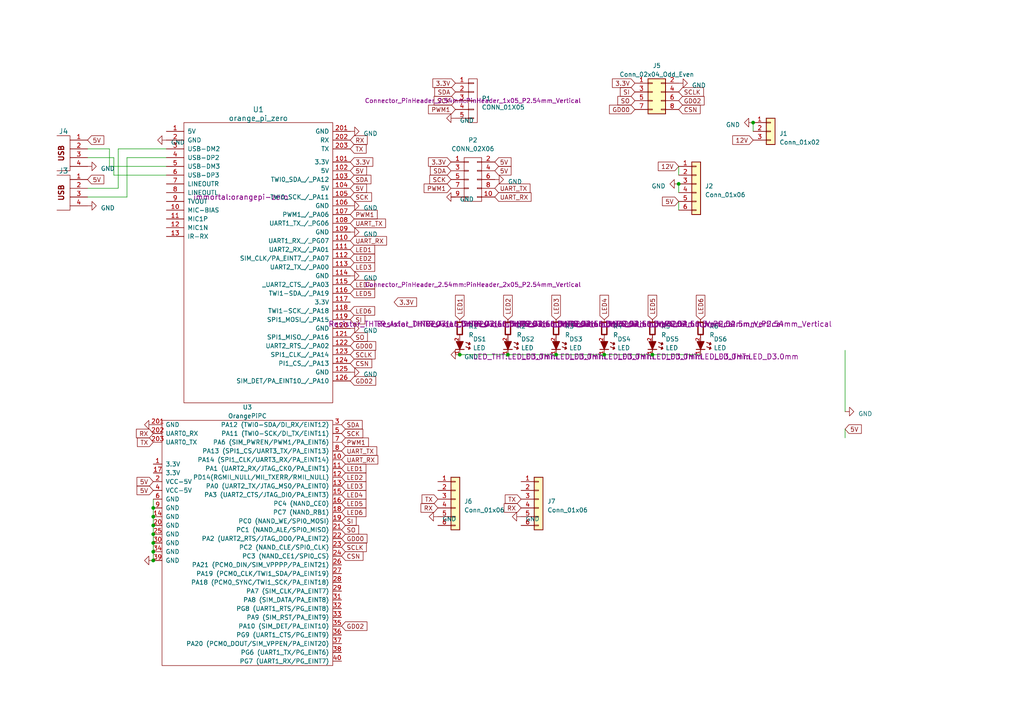
<source format=kicad_sch>
(kicad_sch (version 20220404) (generator eeschema)
  (paper "A4")
  (lib_symbols
    (symbol "4ms-power:GND" (power) (pin_names (offset 0))
      (property "Value" "GND" (at 0 -3.81 0))
      (symbol "GND_0_1"
        (polyline (pts (xy 0 0) (xy 0 -1.27) (xy 1.27 -1.27) (xy 0 -2.54) (xy -1.27 -1.27) (xy 0 -1.27)))
      )
      (symbol "GND_1_1"
        (pin power_in line (at 0 0 270) (length 0) hide (name "GND") (number "1"))
      )
    )
    (symbol "4ms_Connector:Conn_01x03" (pin_names (offset 1.016) hide)
      (property "Reference" "J" (at 0 5.08 0))
      (property "Value" "Conn_01x03" (at 0 -5.08 0))
      (symbol "Conn_01x03_1_1"
        (rectangle (start -1.27 -2.413) (end 0 -2.667) (stroke (width 0.1524)))
        (rectangle (start -1.27 0.127) (end 0 -0.127) (stroke (width 0.1524)))
        (rectangle (start -1.27 2.667) (end 0 2.413) (stroke (width 0.1524)))
        (rectangle (start -1.27 3.81) (end 1.27 -3.81) (stroke (width 0.254)) (fill (type background)))
        (pin passive line (at -5.08 2.54 0) (length 3.81) (name "Pin_1") (number "1"))
        (pin passive line (at -5.08 0 0) (length 3.81) (name "Pin_2") (number "2"))
        (pin passive line (at -5.08 -2.54 0) (length 3.81) (name "Pin_3") (number "3"))
      )
    )
    (symbol "4ms_Connector:Conn_01x06" (pin_names (offset 1.016) hide)
      (property "Reference" "J" (at 0 7.62 0))
      (property "Value" "Conn_01x06" (at 0 -10.16 0))
      (symbol "Conn_01x06_1_1"
        (rectangle (start -1.27 -7.493) (end 0 -7.747) (stroke (width 0.1524)))
        (rectangle (start -1.27 -4.953) (end 0 -5.207) (stroke (width 0.1524)))
        (rectangle (start -1.27 -2.413) (end 0 -2.667) (stroke (width 0.1524)))
        (rectangle (start -1.27 0.127) (end 0 -0.127) (stroke (width 0.1524)))
        (rectangle (start -1.27 2.667) (end 0 2.413) (stroke (width 0.1524)))
        (rectangle (start -1.27 5.207) (end 0 4.953) (stroke (width 0.1524)))
        (rectangle (start -1.27 6.35) (end 1.27 -8.89) (stroke (width 0.254)) (fill (type background)))
        (pin passive line (at -5.08 5.08 0) (length 3.81) (name "Pin_1") (number "1"))
        (pin passive line (at -5.08 2.54 0) (length 3.81) (name "Pin_2") (number "2"))
        (pin passive line (at -5.08 0 0) (length 3.81) (name "Pin_3") (number "3"))
        (pin passive line (at -5.08 -2.54 0) (length 3.81) (name "Pin_4") (number "4"))
        (pin passive line (at -5.08 -5.08 0) (length 3.81) (name "Pin_5") (number "5"))
        (pin passive line (at -5.08 -7.62 0) (length 3.81) (name "Pin_6") (number "6"))
      )
    )
    (symbol "Connector_Generic:Conn_02x04_Odd_Even" (pin_names (offset 1.016) hide)
      (property "Reference" "J" (at 1.27 5.08 0))
      (property "Value" "Conn_02x04_Odd_Even" (at 1.27 -7.62 0))
      (symbol "Conn_02x04_Odd_Even_1_1"
        (rectangle (start -1.27 -4.953) (end 0 -5.207) (stroke (width 0.1524)))
        (rectangle (start -1.27 -2.413) (end 0 -2.667) (stroke (width 0.1524)))
        (rectangle (start -1.27 0.127) (end 0 -0.127) (stroke (width 0.1524)))
        (rectangle (start -1.27 2.667) (end 0 2.413) (stroke (width 0.1524)))
        (rectangle (start -1.27 3.81) (end 3.81 -6.35) (stroke (width 0.254)) (fill (type background)))
        (rectangle (start 3.81 -4.953) (end 2.54 -5.207) (stroke (width 0.1524)))
        (rectangle (start 3.81 -2.413) (end 2.54 -2.667) (stroke (width 0.1524)))
        (rectangle (start 3.81 0.127) (end 2.54 -0.127) (stroke (width 0.1524)))
        (rectangle (start 3.81 2.667) (end 2.54 2.413) (stroke (width 0.1524)))
        (pin passive line (at -5.08 2.54 0) (length 3.81) (name "Pin_1") (number "1"))
        (pin passive line (at 7.62 2.54 180) (length 3.81) (name "Pin_2") (number "2"))
        (pin passive line (at -5.08 0 0) (length 3.81) (name "Pin_3") (number "3"))
        (pin passive line (at 7.62 0 180) (length 3.81) (name "Pin_4") (number "4"))
        (pin passive line (at -5.08 -2.54 0) (length 3.81) (name "Pin_5") (number "5"))
        (pin passive line (at 7.62 -2.54 180) (length 3.81) (name "Pin_6") (number "6"))
        (pin passive line (at -5.08 -5.08 0) (length 3.81) (name "Pin_7") (number "7"))
        (pin passive line (at 7.62 -5.08 180) (length 3.81) (name "Pin_8") (number "8"))
      )
    )
    (symbol "al_passive:R" (pin_numbers hide) (pin_names (offset 0))
      (property "Reference" "R" (at 2.54 1.27 0))
      (property "Value" "R" (at 2.54 -1.27 0))
      (symbol "R_0_1"
        (rectangle (start -0.762 1.778) (end 0.762 -1.778) (stroke (width 0.381)))
      )
      (symbol "R_1_1"
        (pin passive line (at 0 2.54 270) (length 0.635) (name "~") (number "1"))
        (pin passive line (at 0 -2.54 90) (length 0.635) (name "~") (number "2"))
      )
    )
    (symbol "al_semi:LED" (pin_names (offset 0) hide)
      (property "Reference" "DS" (at 6.35 1.27 0))
      (property "Value" "LED" (at 6.35 -1.27 0))
      (symbol "LED_0_1"
        (polyline (pts (xy -1.27 -1.016) (xy 1.27 -1.016)) (stroke (width 0.254)))
        (polyline (pts (xy 0 -1.27) (xy 0 -1.016)))
        (polyline (pts (xy 0 -1.016) (xy -1.016 1.27) (xy 1.016 1.27) (xy 0 -1.016)) (stroke (width 0.254)) (fill (type outline)))
        (polyline (pts (xy 1.778 -0.254) (xy 3.048 -0.762) (xy 2.54 -1.016) (xy 2.794 -0.254) (xy 3.048 -0.762)) (stroke (width 0.254)))
        (polyline (pts (xy 1.778 1.016) (xy 3.048 0.508) (xy 2.54 0.254) (xy 2.794 1.016) (xy 3.048 0.508)) (stroke (width 0.254)))
      )
      (symbol "LED_1_1"
        (pin passive line (at 0 -2.54 90) (length 1.27) (name "K") (number "1"))
        (pin passive line (at 0 2.54 270) (length 1.27) (name "A") (number "2"))
      )
    )
    (symbol "cv_phoenix:USB_2" (pin_names (offset 1.016))
      (property "Reference" "J" (at -1.905 6.35 0))
      (symbol "USB_2_0_0"
        (polyline (pts (xy -3.81 5.08) (xy 0 5.08) (xy 0 -5.08) (xy -3.81 -5.08) (xy -3.81 -5.08)))
        (text "USB" (at -2.54 0 900) (effects (font (size 1.524 1.524) bold)))
      )
      (symbol "USB_2_1_1"
        (pin input line (at 5.08 3.81 180) (length 5.08) (name "~") (number "1"))
        (pin input line (at 5.08 1.27 180) (length 5.08) (name "~") (number "2"))
        (pin input line (at 5.08 -1.27 180) (length 5.08) (name "~") (number "3"))
        (pin input line (at 5.08 -3.81 180) (length 5.08) (name "~") (number "4"))
      )
    )
    (symbol "immortal:OrangePiPC" (pin_names (offset 1.016))
      (property "Reference" "U1" (at 0 2.921 0))
      (property "Value" "OrangePiPC" (at 0 0.6096 0))
      (symbol "OrangePiPC_0_0"
        (pin unspecified line (at 33.02 -13.97 180) (length 2.54) (name "PA14 (SPI1_CLK/UART3_RX/PA_EINT14)") (number "10"))
        (pin unspecified line (at 33.02 -16.51 180) (length 2.54) (name "PA1 (UART2_RX/JTAG_CK0/PA_EINT1)") (number "11"))
        (pin unspecified line (at 33.02 -19.05 180) (length 2.54) (name "PD14(RGMII_NULL/MII_TXERR/RMII_NULL)") (number "12"))
        (pin unspecified line (at 33.02 -21.59 180) (length 2.54) (name "PA0 (UART2_TX/JTAG_MS0/PA_EINT0)") (number "13"))
        (pin unspecified line (at 33.02 -24.13 180) (length 2.54) (name "PA3 (UART2_CTS/JTAG_DI0/PA_EINT3)") (number "15"))
        (pin unspecified line (at 33.02 -26.67 180) (length 2.54) (name "PC4 (NAND_CE0)") (number "16"))
        (pin unspecified line (at 33.02 -29.21 180) (length 2.54) (name "PC7 (NAND_RB1)") (number "18"))
        (pin unspecified line (at 33.02 -31.75 180) (length 2.54) (name "PC0 (NAND_WE/SPI0_MOSI)") (number "19"))
        (pin unspecified line (at 33.02 -34.29 180) (length 2.54) (name "PC1 (NAND_ALE/SPI0_MISO)") (number "21"))
        (pin unspecified line (at 33.02 -36.83 180) (length 2.54) (name "PA2 (UART2_RTS/JTAG_DO0/PA_EINT2)") (number "22"))
        (pin unspecified line (at 33.02 -39.37 180) (length 2.54) (name "PC2 (NAND_CLE/SPI0_CLK)") (number "23"))
        (pin unspecified line (at 33.02 -41.91 180) (length 2.54) (name "PC3 (NAND_CE1/SPI0_CS)") (number "24"))
        (pin unspecified line (at 33.02 -44.45 180) (length 2.54) (name "PA21 (PCM0_DIN/SIM_VPPPP/PA_EINT21)") (number "26"))
        (pin unspecified line (at 33.02 -46.99 180) (length 2.54) (name "PA19 (PCM0_CLK/TWI1_SDA/PA_EINT19)") (number "27"))
        (pin unspecified line (at 33.02 -49.53 180) (length 2.54) (name "PA18 (PCM0_SYNC/TWI1_SCK/PA_EINT18)") (number "28"))
        (pin unspecified line (at 33.02 -52.07 180) (length 2.54) (name "PA7 (SIM_CLK/PA_EINT7)") (number "29"))
        (pin unspecified line (at 33.02 -3.81 180) (length 2.54) (name "PA12 (TWI0-SDA/DI_RX/EINT12)") (number "3"))
        (pin unspecified line (at 33.02 -54.61 180) (length 2.54) (name "PA8 (SIM_DATA/PA_EINT8)") (number "31"))
        (pin unspecified line (at 33.02 -57.15 180) (length 2.54) (name "PG8 (UART1_RTS/PG_EINT8)") (number "32"))
        (pin unspecified line (at 33.02 -59.69 180) (length 2.54) (name "PA9 (SIM_RST/PA_EINT9)") (number "33"))
        (pin unspecified line (at 33.02 -62.23 180) (length 2.54) (name "PA10 (SIM_DET/PA_EINT10)") (number "35"))
        (pin unspecified line (at 33.02 -64.77 180) (length 2.54) (name "PG9 (UART1_CTS/PG_EINT9)") (number "36"))
        (pin unspecified line (at 33.02 -67.31 180) (length 2.54) (name "PA20 (PCM0_DOUT/SIM_VPPEN/PA_EINT20)") (number "37"))
        (pin unspecified line (at 33.02 -69.85 180) (length 2.54) (name "PG6 (UART1_TX/PG_EINT6)") (number "38"))
        (pin unspecified line (at 33.02 -72.39 180) (length 2.54) (name "PG7 (UART1_RX/PG_EINT7)") (number "40"))
        (pin unspecified line (at 33.02 -6.35 180) (length 2.54) (name "PA11 (TWI0-SCK/DI_TX/EINT11)") (number "5"))
        (pin unspecified line (at 33.02 -8.89 180) (length 2.54) (name "PA6 (SIM_PWREN/PWM1/PA_EINT6)") (number "7"))
        (pin unspecified line (at 33.02 -11.43 180) (length 2.54) (name "PA13 (SPI1_CS/UART3_TX/PA_EINT13)") (number "8"))
      )
      (symbol "OrangePiPC_0_1"
        (rectangle (start -19.05 -2.54) (end 30.48 -73.66))
      )
      (symbol "OrangePiPC_1_0"
        (pin power_in line (at -21.59 -15.24 0) (length 2.54) (name "3.3V") (number "1"))
        (pin power_in line (at -21.59 -30.48 0) (length 2.54) (name "GND") (number "14"))
        (pin power_in line (at -21.59 -17.78 0) (length 2.54) (name "3.3V") (number "17"))
        (pin power_in line (at -21.59 -20.32 0) (length 2.54) (name "VCC-5V") (number "2"))
        (pin power_in line (at -21.59 -33.02 0) (length 2.54) (name "GND") (number "20"))
        (pin unspecified line (at -21.59 -3.81 0) (length 2.54) (name "GND") (number "201"))
        (pin unspecified line (at -21.59 -6.35 0) (length 2.54) (name "UART0_RX") (number "202"))
        (pin unspecified line (at -21.59 -8.89 0) (length 2.54) (name "UART0_TX") (number "203"))
        (pin power_in line (at -21.59 -35.56 0) (length 2.54) (name "GND") (number "25"))
        (pin power_in line (at -21.59 -38.1 0) (length 2.54) (name "GND") (number "30"))
        (pin power_in line (at -21.59 -40.64 0) (length 2.54) (name "GND") (number "34"))
        (pin power_in line (at -21.59 -43.18 0) (length 2.54) (name "GND") (number "39"))
        (pin power_in line (at -21.59 -22.86 0) (length 2.54) (name "VCC-5V") (number "4"))
        (pin power_in line (at -21.59 -25.4 0) (length 2.54) (name "GND") (number "6"))
        (pin power_in line (at -21.59 -27.94 0) (length 2.54) (name "GND") (number "9"))
      )
    )
    (symbol "immortal:orange_pi_zero" (pin_names (offset 1.016))
      (property "Reference" "U" (at 2.54 25.4 0))
      (property "Value" "orange_pi_zero" (at 3.81 -41.91 0))
      (symbol "orange_pi_zero_0_1"
        (rectangle (start -22.86 41.91) (end 20.32 -39.37))
      )
      (symbol "orange_pi_zero_1_1"
        (pin power_in line (at -27.94 39.37 0) (length 5.08) (name "5V") (number "1"))
        (pin output line (at -27.94 16.51 0) (length 5.08) (name "MIC-BIAS") (number "10"))
        (pin power_out line (at 25.4 30.48 180) (length 5.08) (name "3.3V") (number "101"))
        (pin power_out line (at 25.4 27.94 180) (length 5.08) (name "5V") (number "102"))
        (pin input line (at 25.4 25.4 180) (length 5.08) (name "TWI0_SDA_/_PA12") (number "103"))
        (pin power_out line (at 25.4 22.86 180) (length 5.08) (name "5V") (number "104"))
        (pin input line (at 25.4 20.32 180) (length 5.08) (name "TWI0_SCK_/_PA11") (number "105"))
        (pin power_out line (at 25.4 17.78 180) (length 5.08) (name "GND") (number "106"))
        (pin input line (at 25.4 15.24 180) (length 5.08) (name "PWM1_/_PA06") (number "107"))
        (pin input line (at 25.4 12.7 180) (length 5.08) (name "UART1_TX_/_PG06") (number "108"))
        (pin power_out line (at 25.4 10.16 180) (length 5.08) (name "GND") (number "109"))
        (pin input line (at -27.94 13.97 0) (length 5.08) (name "MIC1P") (number "11"))
        (pin input line (at 25.4 7.62 180) (length 5.08) (name "UART1_RX_/_PG07") (number "110"))
        (pin input line (at 25.4 5.08 180) (length 5.08) (name "UART2_RX_/_PA01") (number "111"))
        (pin input line (at 25.4 2.54 180) (length 5.08) (name "SIM_CLK/PA_EINT7_/_PA07") (number "112"))
        (pin input line (at 25.4 0 180) (length 5.08) (name "UART2_TX_/_PA00") (number "113"))
        (pin power_out line (at 25.4 -2.54 180) (length 5.08) (name "GND") (number "114"))
        (pin input line (at 25.4 -5.08 180) (length 5.08) (name "_UART2_CTS_/_PA03") (number "115"))
        (pin input line (at 25.4 -7.62 180) (length 5.08) (name "TWI1-SDA_/_PA19") (number "116"))
        (pin power_out line (at 25.4 -10.16 180) (length 5.08) (name "3.3V") (number "117"))
        (pin input line (at 25.4 -12.7 180) (length 5.08) (name "TWI1-SCK_/_PA18") (number "118"))
        (pin input line (at 25.4 -15.24 180) (length 5.08) (name "SPI1_MOSI_/_PA15") (number "119"))
        (pin input line (at -27.94 11.43 0) (length 5.08) (name "MIC1N") (number "12"))
        (pin input line (at 25.4 -17.78 180) (length 5.08) (name "GND") (number "120"))
        (pin input line (at 25.4 -20.32 180) (length 5.08) (name "SPI1_MISO_/_PA16") (number "121"))
        (pin input line (at 25.4 -22.86 180) (length 5.08) (name "UART2_RTS_/_PA02") (number "122"))
        (pin input line (at 25.4 -25.4 180) (length 5.08) (name "SPI1_CLK_/_PA14") (number "123"))
        (pin input line (at 25.4 -27.94 180) (length 5.08) (name "PI1_CS_/_PA13") (number "124"))
        (pin power_out line (at 25.4 -30.48 180) (length 5.08) (name "GND") (number "125"))
        (pin input line (at 25.4 -33.02 180) (length 5.08) (name "SIM_DET/PA_EINT10_/_PA10") (number "126"))
        (pin output line (at -27.94 8.89 0) (length 5.08) (name "IR-RX") (number "13"))
        (pin power_in line (at -27.94 36.83 0) (length 5.08) (name "GND") (number "2"))
        (pin power_in line (at 25.4 39.37 180) (length 5.08) (name "GND") (number "201"))
        (pin input line (at 25.4 36.83 180) (length 5.08) (name "RX") (number "202"))
        (pin input line (at 25.4 34.29 180) (length 5.08) (name "TX") (number "203"))
        (pin bidirectional line (at -27.94 34.29 0) (length 5.08) (name "USB-DM2") (number "3"))
        (pin bidirectional line (at -27.94 31.75 0) (length 5.08) (name "USB-DP2") (number "4"))
        (pin bidirectional line (at -27.94 29.21 0) (length 5.08) (name "USB-DM3") (number "5"))
        (pin bidirectional line (at -27.94 26.67 0) (length 5.08) (name "USB-DP3") (number "6"))
        (pin output line (at -27.94 24.13 0) (length 5.08) (name "LINEOUTR") (number "7"))
        (pin output line (at -27.94 21.59 0) (length 5.08) (name "LINEOUTL") (number "8"))
        (pin output line (at -27.94 19.05 0) (length 5.08) (name "TVOUT") (number "9"))
      )
    )
    (symbol "real_conn:CONN_01X05" (pin_names (offset 1.016) hide)
      (property "Reference" "P" (at 0 7.62 0))
      (property "Value" "CONN_01X05" (at 2.54 0 90))
      (symbol "CONN_01X05_0_1"
        (rectangle (start -1.27 -4.953) (end 0.254 -5.207))
        (rectangle (start -1.27 -2.413) (end 0.254 -2.667))
        (rectangle (start -1.27 0.127) (end 0.254 -0.127))
        (rectangle (start -1.27 2.667) (end 0.254 2.413))
        (rectangle (start -1.27 5.207) (end 0.254 4.953))
        (rectangle (start -1.27 6.35) (end 1.27 -6.35))
      )
      (symbol "CONN_01X05_1_1"
        (pin passive line (at -5.08 5.08 0) (length 3.81) (name "P1") (number "1"))
        (pin passive line (at -5.08 2.54 0) (length 3.81) (name "P2") (number "2"))
        (pin passive line (at -5.08 0 0) (length 3.81) (name "P3") (number "3"))
        (pin passive line (at -5.08 -2.54 0) (length 3.81) (name "P4") (number "4"))
        (pin passive line (at -5.08 -5.08 0) (length 3.81) (name "P5") (number "5"))
      )
    )
    (symbol "real_conn:CONN_02X05" (pin_names (offset 0.0254) hide)
      (property "Reference" "P" (at 0 7.62 0))
      (property "Value" "CONN_02X05" (at 0 -7.62 0))
      (symbol "CONN_02X05_0_1"
        (rectangle (start -2.54 -4.953) (end -1.27 -5.207))
        (rectangle (start -2.54 -2.413) (end -1.27 -2.667))
        (rectangle (start -2.54 0.127) (end -1.27 -0.127))
        (rectangle (start -2.54 2.667) (end -1.27 2.413))
        (rectangle (start -2.54 5.207) (end -1.27 4.953))
        (rectangle (start -2.54 6.35) (end 2.54 -6.35))
        (rectangle (start 1.27 -4.953) (end 2.54 -5.207))
        (rectangle (start 1.27 -2.413) (end 2.54 -2.667))
        (rectangle (start 1.27 0.127) (end 2.54 -0.127))
        (rectangle (start 1.27 2.667) (end 2.54 2.413))
        (rectangle (start 1.27 5.207) (end 2.54 4.953))
      )
      (symbol "CONN_02X05_1_1"
        (pin passive line (at -6.35 5.08 0) (length 3.81) (name "P1") (number "1"))
        (pin passive line (at 6.35 -5.08 180) (length 3.81) (name "P10") (number "10"))
        (pin passive line (at 6.35 5.08 180) (length 3.81) (name "P2") (number "2"))
        (pin passive line (at -6.35 2.54 0) (length 3.81) (name "P3") (number "3"))
        (pin passive line (at 6.35 2.54 180) (length 3.81) (name "P4") (number "4"))
        (pin passive line (at -6.35 0 0) (length 3.81) (name "P5") (number "5"))
        (pin passive line (at 6.35 0 180) (length 3.81) (name "P6") (number "6"))
        (pin passive line (at -6.35 -2.54 0) (length 3.81) (name "P7") (number "7"))
        (pin passive line (at 6.35 -2.54 180) (length 3.81) (name "P8") (number "8"))
        (pin passive line (at -6.35 -5.08 0) (length 3.81) (name "P9") (number "9"))
      )
    )
  )
  (junction (at 133.35 102.87))
  (junction (at 44.45 157.48))
  (junction (at 44.45 162.56))
  (junction (at 44.45 149.86))
  (junction (at 147.32 102.87))
  (junction (at 161.29 102.87))
  (junction (at 196.85 53.34))
  (junction (at 44.45 154.94))
  (junction (at 44.45 147.32))
  (junction (at 44.45 160.02))
  (junction (at 218.44 35.56))
  (junction (at 175.26 102.87))
  (junction (at 44.45 152.4))
  (junction (at 189.23 102.87))
  (wire (pts (xy 33.02 45.72) (xy 33.02 50.8)))
  (wire (pts (xy 36.83 57.15) (xy 25.4 57.15)))
  (wire (pts (xy 196.85 53.34) (xy 196.85 55.88)))
  (wire (pts (xy 245.11 101.6) (xy 245.11 119.38)))
  (wire (pts (xy 218.44 35.56) (xy 218.44 38.1)))
  (wire (pts (xy 175.26 102.87) (xy 189.23 102.87)))
  (wire (pts (xy 34.29 43.18) (xy 48.26 43.18)))
  (wire (pts (xy 44.45 152.4) (xy 44.45 154.94)))
  (wire (pts (xy 161.29 102.87) (xy 175.26 102.87)))
  (wire (pts (xy 33.02 50.8) (xy 48.26 50.8)))
  (wire (pts (xy 189.23 102.87) (xy 203.2 102.87)))
  (wire (pts (xy 44.45 149.86) (xy 44.45 152.4)))
  (wire (pts (xy 25.4 45.72) (xy 33.02 45.72)))
  (wire (pts (xy 36.83 45.72) (xy 48.26 45.72)))
  (wire (pts (xy 34.29 54.61) (xy 25.4 54.61)))
  (wire (pts (xy 133.35 102.87) (xy 147.32 102.87)))
  (wire (pts (xy 196.85 58.42) (xy 196.85 60.96)))
  (wire (pts (xy 25.4 43.18) (xy 31.75 43.18)))
  (wire (pts (xy 31.75 48.26) (xy 48.26 48.26)))
  (wire (pts (xy 44.45 160.02) (xy 44.45 162.56)))
  (wire (pts (xy 36.83 45.72) (xy 36.83 57.15)))
  (wire (pts (xy 34.29 43.18) (xy 34.29 54.61)))
  (wire (pts (xy 44.45 157.48) (xy 44.45 160.02)))
  (wire (pts (xy 31.75 43.18) (xy 31.75 48.26)))
  (wire (pts (xy 44.45 144.78) (xy 44.45 147.32)))
  (wire (pts (xy 44.45 147.32) (xy 44.45 149.86)))
  (wire (pts (xy 196.85 48.26) (xy 196.85 50.8)))
  (wire (pts (xy 147.32 102.87) (xy 161.29 102.87)))
  (wire (pts (xy 245.11 124.46) (xy 245.11 127)))
  (wire (pts (xy 44.45 154.94) (xy 44.45 157.48)))
  (global_label "LED2" (shape input) (at 101.6 74.93 0) (property "Intersheetrefs" "${INTERSHEET_REFS}" (effects hide)))
  (global_label "3.3V" (shape input) (at 130.81 46.99 180) (property "Intersheetrefs" "${INTERSHEET_REFS}" (effects hide)))
  (global_label "LED2" (shape input) (at 99.06 138.43 0) (property "Intersheetrefs" "${INTERSHEET_REFS}" (effects hide)))
  (global_label "5V" (shape input) (at 245.11 124.46 0) (property "Intersheetrefs" "${INTERSHEET_REFS}" (effects hide)))
  (global_label "SDA" (shape input) (at 132.08 26.67 180) (property "Intersheetrefs" "${INTERSHEET_REFS}" (effects hide)))
  (global_label "3.3V" (shape input) (at 132.08 24.13 180) (property "Intersheetrefs" "${INTERSHEET_REFS}" (effects hide)))
  (global_label "3.3V" (shape input) (at 114.3 87.63 0) (property "Intersheetrefs" "${INTERSHEET_REFS}" (effects hide)))
  (global_label "SCK" (shape input) (at 101.6 57.15 0) (property "Intersheetrefs" "${INTERSHEET_REFS}" (effects hide)))
  (global_label "3.3V" (shape input) (at 101.6 46.99 0) (property "Intersheetrefs" "${INTERSHEET_REFS}" (effects hide)))
  (global_label "LED4" (shape input) (at 175.26 92.71 90) (property "Intersheetrefs" "${INTERSHEET_REFS}" (effects hide)))
  (global_label "SO" (shape input) (at 99.06 153.67 0) (property "Intersheetrefs" "${INTERSHEET_REFS}" (effects hide)))
  (global_label "SCLK" (shape input) (at 101.6 102.87 0) (property "Intersheetrefs" "${INTERSHEET_REFS}" (effects hide)))
  (global_label "5V" (shape input) (at 101.6 54.61 0) (property "Intersheetrefs" "${INTERSHEET_REFS}" (effects hide)))
  (global_label "TX" (shape input) (at 127 144.78 180) (property "Intersheetrefs" "${INTERSHEET_REFS}" (effects hide)))
  (global_label "5V" (shape input) (at 44.45 139.7 180) (property "Intersheetrefs" "${INTERSHEET_REFS}" (effects hide)))
  (global_label "5V" (shape input) (at 143.51 46.99 0) (property "Intersheetrefs" "${INTERSHEET_REFS}" (effects hide)))
  (global_label "UART_TX" (shape input) (at 101.6 64.77 0) (property "Intersheetrefs" "${INTERSHEET_REFS}" (effects hide)))
  (global_label "GD02" (shape input) (at 101.6 110.49 0) (property "Intersheetrefs" "${INTERSHEET_REFS}" (effects hide)))
  (global_label "UART_RX" (shape input) (at 101.6 69.85 0) (property "Intersheetrefs" "${INTERSHEET_REFS}" (effects hide)))
  (global_label "LED3" (shape input) (at 161.29 92.71 90) (property "Intersheetrefs" "${INTERSHEET_REFS}" (effects hide)))
  (global_label "SO" (shape input) (at 101.6 97.79 0) (property "Intersheetrefs" "${INTERSHEET_REFS}" (effects hide)))
  (global_label "GD02" (shape input) (at 196.85 29.21 0) (property "Intersheetrefs" "${INTERSHEET_REFS}" (effects hide)))
  (global_label "SDA" (shape input) (at 99.06 123.19 0) (property "Intersheetrefs" "${INTERSHEET_REFS}" (effects hide)))
  (global_label "CSN" (shape input) (at 196.85 31.75 0) (property "Intersheetrefs" "${INTERSHEET_REFS}" (effects hide)))
  (global_label "SCLK" (shape input) (at 99.06 158.75 0) (property "Intersheetrefs" "${INTERSHEET_REFS}" (effects hide)))
  (global_label "PWM1" (shape input) (at 99.06 128.27 0) (property "Intersheetrefs" "${INTERSHEET_REFS}" (effects hide)))
  (global_label "SCK" (shape input) (at 99.06 125.73 0) (property "Intersheetrefs" "${INTERSHEET_REFS}" (effects hide)))
  (global_label "LED3" (shape input) (at 99.06 140.97 0) (property "Intersheetrefs" "${INTERSHEET_REFS}" (effects hide)))
  (global_label "GD00" (shape input) (at 99.06 156.21 0) (property "Intersheetrefs" "${INTERSHEET_REFS}" (effects hide)))
  (global_label "SCLK" (shape input) (at 196.85 26.67 0) (property "Intersheetrefs" "${INTERSHEET_REFS}" (effects hide)))
  (global_label "RX" (shape input) (at 44.45 125.73 180) (property "Intersheetrefs" "${INTERSHEET_REFS}" (effects hide)))
  (global_label "RX" (shape input) (at 101.6 40.64 0) (property "Intersheetrefs" "${INTERSHEET_REFS}" (effects hide)))
  (global_label "GD02" (shape input) (at 99.06 181.61 0) (property "Intersheetrefs" "${INTERSHEET_REFS}" (effects hide)))
  (global_label "RX" (shape input) (at 127 147.32 180) (property "Intersheetrefs" "${INTERSHEET_REFS}" (effects hide)))
  (global_label "UART_TX" (shape input) (at 99.06 130.81 0) (property "Intersheetrefs" "${INTERSHEET_REFS}" (effects hide)))
  (global_label "TX" (shape input) (at 151.13 144.78 180) (property "Intersheetrefs" "${INTERSHEET_REFS}" (effects hide)))
  (global_label "UART_RX" (shape input) (at 99.06 133.35 0) (property "Intersheetrefs" "${INTERSHEET_REFS}" (effects hide)))
  (global_label "12V" (shape input) (at 196.85 48.26 180) (property "Intersheetrefs" "${INTERSHEET_REFS}" (effects hide)))
  (global_label "LED5" (shape input) (at 99.06 146.05 0) (property "Intersheetrefs" "${INTERSHEET_REFS}" (effects hide)))
  (global_label "LED6" (shape input) (at 203.2 92.71 90) (property "Intersheetrefs" "${INTERSHEET_REFS}" (effects hide)))
  (global_label "5V" (shape input) (at 44.45 142.24 180) (property "Intersheetrefs" "${INTERSHEET_REFS}" (effects hide)))
  (global_label "12V" (shape input) (at 218.44 40.64 180) (property "Intersheetrefs" "${INTERSHEET_REFS}" (effects hide)))
  (global_label "LED1" (shape input) (at 101.6 72.39 0) (property "Intersheetrefs" "${INTERSHEET_REFS}" (effects hide)))
  (global_label "GD00" (shape input) (at 184.15 31.75 180) (property "Intersheetrefs" "${INTERSHEET_REFS}" (effects hide)))
  (global_label "SI" (shape input) (at 184.15 26.67 180) (property "Intersheetrefs" "${INTERSHEET_REFS}" (effects hide)))
  (global_label "5V" (shape input) (at 25.4 52.07 0) (property "Intersheetrefs" "${INTERSHEET_REFS}" (effects hide)))
  (global_label "SCK" (shape input) (at 130.81 52.07 180) (property "Intersheetrefs" "${INTERSHEET_REFS}" (effects hide)))
  (global_label "LED6" (shape input) (at 99.06 148.59 0) (property "Intersheetrefs" "${INTERSHEET_REFS}" (effects hide)))
  (global_label "UART_TX" (shape input) (at 143.51 54.61 0) (property "Intersheetrefs" "${INTERSHEET_REFS}" (effects hide)))
  (global_label "SCK" (shape input) (at 132.08 29.21 180) (property "Intersheetrefs" "${INTERSHEET_REFS}" (effects hide)))
  (global_label "GD00" (shape input) (at 101.6 100.33 0) (property "Intersheetrefs" "${INTERSHEET_REFS}" (effects hide)))
  (global_label "PWM1" (shape input) (at 101.6 62.23 0) (property "Intersheetrefs" "${INTERSHEET_REFS}" (effects hide)))
  (global_label "LED1" (shape input) (at 99.06 135.89 0) (property "Intersheetrefs" "${INTERSHEET_REFS}" (effects hide)))
  (global_label "CSN" (shape input) (at 99.06 161.29 0) (property "Intersheetrefs" "${INTERSHEET_REFS}" (effects hide)))
  (global_label "LED5" (shape input) (at 189.23 92.71 90) (property "Intersheetrefs" "${INTERSHEET_REFS}" (effects hide)))
  (global_label "5V" (shape input) (at 101.6 49.53 0) (property "Intersheetrefs" "${INTERSHEET_REFS}" (effects hide)))
  (global_label "5V" (shape input) (at 25.4 40.64 0) (property "Intersheetrefs" "${INTERSHEET_REFS}" (effects hide)))
  (global_label "SI" (shape input) (at 101.6 92.71 0) (property "Intersheetrefs" "${INTERSHEET_REFS}" (effects hide)))
  (global_label "RX" (shape input) (at 151.13 147.32 180) (property "Intersheetrefs" "${INTERSHEET_REFS}" (effects hide)))
  (global_label "3.3V" (shape input) (at 184.15 24.13 180) (property "Intersheetrefs" "${INTERSHEET_REFS}" (effects hide)))
  (global_label "LED3" (shape input) (at 101.6 77.47 0) (property "Intersheetrefs" "${INTERSHEET_REFS}" (effects hide)))
  (global_label "TX" (shape input) (at 44.45 128.27 180) (property "Intersheetrefs" "${INTERSHEET_REFS}" (effects hide)))
  (global_label "LED6" (shape input) (at 101.6 90.17 0) (property "Intersheetrefs" "${INTERSHEET_REFS}" (effects hide)))
  (global_label "LED5" (shape input) (at 101.6 85.09 0) (property "Intersheetrefs" "${INTERSHEET_REFS}" (effects hide)))
  (global_label "SO" (shape input) (at 184.15 29.21 180) (property "Intersheetrefs" "${INTERSHEET_REFS}" (effects hide)))
  (global_label "SDA" (shape input) (at 101.6 52.07 0) (property "Intersheetrefs" "${INTERSHEET_REFS}" (effects hide)))
  (global_label "PWM1" (shape input) (at 132.08 31.75 180) (property "Intersheetrefs" "${INTERSHEET_REFS}" (effects hide)))
  (global_label "TX" (shape input) (at 101.6 43.18 0) (property "Intersheetrefs" "${INTERSHEET_REFS}" (effects hide)))
  (global_label "LED1" (shape input) (at 133.35 92.71 90) (property "Intersheetrefs" "${INTERSHEET_REFS}" (effects hide)))
  (global_label "LED4" (shape input) (at 101.6 82.55 0) (property "Intersheetrefs" "${INTERSHEET_REFS}" (effects hide)))
  (global_label "SI" (shape input) (at 99.06 151.13 0) (property "Intersheetrefs" "${INTERSHEET_REFS}" (effects hide)))
  (global_label "LED2" (shape input) (at 147.32 92.71 90) (property "Intersheetrefs" "${INTERSHEET_REFS}" (effects hide)))
  (global_label "PWM1" (shape input) (at 130.81 54.61 180) (property "Intersheetrefs" "${INTERSHEET_REFS}" (effects hide)))
  (global_label "5V" (shape input) (at 143.51 49.53 0) (property "Intersheetrefs" "${INTERSHEET_REFS}" (effects hide)))
  (global_label "LED4" (shape input) (at 99.06 143.51 0) (property "Intersheetrefs" "${INTERSHEET_REFS}" (effects hide)))
  (global_label "5V" (shape input) (at 196.85 58.42 180) (property "Intersheetrefs" "${INTERSHEET_REFS}" (effects hide)))
  (global_label "CSN" (shape input) (at 101.6 105.41 0) (property "Intersheetrefs" "${INTERSHEET_REFS}" (effects hide)))
  (global_label "SDA" (shape input) (at 130.81 49.53 180) (property "Intersheetrefs" "${INTERSHEET_REFS}" (effects hide)))
  (global_label "UART_RX" (shape input) (at 143.51 57.15 0) (property "Intersheetrefs" "${INTERSHEET_REFS}" (effects hide)))
  (symbol (lib_id "al_passive:R") (at 147.32 95.25 0) (unit 1)
    (default_instance (reference "R") (unit 1) (value "R") (footprint ""))
    (property "Reference" "R2" (at 149.86 94.615 0) (effects (justify left)))
    (property "Value" "R" (at 149.86 97.155 0) (effects (justify left)))
    (property "Footprint" "Resistor_THT:R_Axial_DIN0207_L6.3mm_D2.5mm_P2.54mm_Vertical" (at 147.32 93.98 0) (effects (font (size 1.524 1.524))))
  )
  (symbol (lib_id "4ms-power:GND") (at 101.6 59.69 90) (unit 1)
    (default_instance (reference "U") (unit 1) (value "") (footprint ""))
    (property "Reference" "#PWR0102" (effects hide))
    (property "Value" "GND" (at 105.41 60.325 90) (effects (justify right)))
  )
  (symbol (lib_id "immortal:orange_pi_zero") (at 76.2 77.47 0) (unit 1)
    (default_instance (reference "U") (unit 1) (value "") (footprint ""))
    (property "Reference" "U1" (at 74.93 31.75 0) (effects (font (size 1.524 1.524))))
    (property "Value" "orange_pi_zero" (at 74.93 34.29 0) (effects (font (size 1.524 1.524))))
    (property "Footprint" "immortal:orangepi-zero" (at 69.85 57.15 0) (effects (font (size 1.524 1.524))))
  )
  (symbol (lib_id "4ms-power:GND") (at 196.85 24.13 90) (unit 1)
    (default_instance (reference "U") (unit 1) (value "") (footprint ""))
    (property "Reference" "#PWR03" (effects hide))
    (property "Value" "GND" (at 200.66 24.765 90) (effects (justify right)))
  )
  (symbol (lib_id "4ms-power:GND") (at 44.45 123.19 270) (unit 1)
    (default_instance (reference "U") (unit 1) (value "") (footprint ""))
    (property "Reference" "#PWR06" (effects hide))
    (property "Value" "GND" (effects hide))
  )
  (symbol (lib_id "4ms-power:GND") (at 101.6 80.01 90) (unit 1)
    (default_instance (reference "U") (unit 1) (value "") (footprint ""))
    (property "Reference" "#PWR0107" (effects hide))
    (property "Value" "GND" (at 105.41 80.645 90) (effects (justify right)))
  )
  (symbol (lib_id "4ms-power:GND") (at 132.08 57.15 270) (unit 1)
    (default_instance (reference "U") (unit 1) (value "") (footprint ""))
    (property "Reference" "#PWR0105" (effects hide))
    (property "Value" "GND" (at 133.35 57.785 90) (effects (justify left)))
  )
  (symbol (lib_id "al_semi:LED") (at 175.26 100.33 0) (unit 1)
    (default_instance (reference "DS") (unit 1) (value "LED") (footprint ""))
    (property "Reference" "DS4" (at 179.07 98.3615 0) (effects (justify left)))
    (property "Value" "LED" (at 179.07 100.9015 0) (effects (justify left)))
    (property "Footprint" "LED_THT:LED_D3.0mm" (at 179.07 103.4415 0) (effects (font (size 1.524 1.524)) (justify left)))
  )
  (symbol (lib_id "immortal:OrangePiPC") (at 66.04 119.38 0) (unit 1)
    (default_instance (reference "U") (unit 1) (value "OrangePiPC") (footprint "immortal:OrangePiPC"))
    (property "Reference" "U3" (at 71.755 118.11 0))
    (property "Value" "OrangePiPC" (at 71.755 120.65 0))
    (property "Footprint" "immortal:OrangePiPC" (effects hide))
  )
  (symbol (lib_id "4ms-power:GND") (at 196.85 53.34 270) (unit 1)
    (default_instance (reference "U") (unit 1) (value "") (footprint ""))
    (property "Reference" "#PWR02" (effects hide))
    (property "Value" "GND" (at 193.04 53.975 90) (effects (justify right)))
  )
  (symbol (lib_id "4ms-power:GND") (at 101.6 95.25 90) (unit 1)
    (default_instance (reference "U") (unit 1) (value "") (footprint ""))
    (property "Reference" "#PWR0108" (effects hide))
    (property "Value" "GND" (at 105.41 95.885 90) (effects (justify right)))
  )
  (symbol (lib_id "4ms-power:GND") (at 101.6 38.1 90) (unit 1)
    (default_instance (reference "U") (unit 1) (value "") (footprint ""))
    (property "Reference" "#PWR0110" (effects hide))
    (property "Value" "GND" (at 105.41 38.735 90) (effects (justify right)))
  )
  (symbol (lib_id "4ms_Connector:Conn_01x06") (at 156.21 144.78 0) (unit 1)
    (default_instance (reference "J") (unit 1) (value "Conn_01x06") (footprint "4ms_Connector:Pins_1x06_2.54mm_TH_SWD"))
    (property "Reference" "J7" (at 158.75 145.415 0) (effects (justify left)))
    (property "Value" "Conn_01x06" (at 158.75 147.955 0) (effects (justify left)))
    (property "Footprint" "Connector_PinSocket_2.54mm:PinSocket_1x06_P2.54mm_Horizontal" (effects hide))
    (property "Specifications" "HEADER 1x6 MALE PINS 0.100” 180deg" (effects hide))
    (property "Manufacturer" "TAD" (effects hide))
    (property "Part Number" "1-0601FBV0T" (effects hide))
  )
  (symbol (lib_id "al_semi:LED") (at 161.29 100.33 0) (unit 1)
    (default_instance (reference "DS") (unit 1) (value "LED") (footprint ""))
    (property "Reference" "DS3" (at 165.1 98.3615 0) (effects (justify left)))
    (property "Value" "LED" (at 165.1 100.9015 0) (effects (justify left)))
    (property "Footprint" "LED_THT:LED_D3.0mm" (at 165.1 103.4415 0) (effects (font (size 1.524 1.524)) (justify left)))
  )
  (symbol (lib_id "4ms-power:GND") (at 25.4 48.26 90) (unit 1)
    (default_instance (reference "U") (unit 1) (value "") (footprint ""))
    (property "Reference" "#PWR0103" (effects hide))
    (property "Value" "GND" (at 29.21 48.895 90) (effects (justify right)))
  )
  (symbol (lib_id "al_passive:R") (at 133.35 95.25 0) (unit 1)
    (default_instance (reference "R") (unit 1) (value "R") (footprint ""))
    (property "Reference" "R1" (at 135.89 94.615 0) (effects (justify left)))
    (property "Value" "R" (at 135.89 97.155 0) (effects (justify left)))
    (property "Footprint" "Resistor_THT:R_Axial_DIN0207_L6.3mm_D2.5mm_P2.54mm_Vertical" (at 133.35 93.98 0) (effects (font (size 1.524 1.524))))
  )
  (symbol (lib_id "4ms-power:GND") (at 127 149.86 270) (unit 1)
    (default_instance (reference "U") (unit 1) (value "") (footprint ""))
    (property "Reference" "#PWR05" (effects hide))
    (property "Value" "GND" (at 128.27 150.495 90) (effects (justify left)))
  )
  (symbol (lib_id "4ms-power:GND") (at 245.11 119.38 90) (unit 1)
    (default_instance (reference "U") (unit 1) (value "") (footprint ""))
    (property "Reference" "#PWR0101" (effects hide))
    (property "Value" "GND" (at 248.92 120.015 90) (effects (justify right)))
  )
  (symbol (lib_id "4ms-power:GND") (at 44.45 162.56 270) (unit 1)
    (default_instance (reference "U") (unit 1) (value "") (footprint ""))
    (property "Reference" "#PWR07" (effects hide))
    (property "Value" "GND" (effects hide))
  )
  (symbol (lib_id "4ms-power:GND") (at 101.6 107.95 90) (unit 1)
    (default_instance (reference "U") (unit 1) (value "") (footprint ""))
    (property "Reference" "#PWR0109" (effects hide))
    (property "Value" "GND" (at 105.41 108.585 90) (effects (justify right)))
  )
  (symbol (lib_id "cv_phoenix:USB_2") (at 20.32 44.45 0) (unit 1)
    (default_instance (reference "U") (unit 1) (value "") (footprint ""))
    (property "Reference" "J4" (at 18.415 38.1 0) (effects (font (size 1.524 1.524))))
    (property "Value" "USB_2" (effects hide))
    (property "Footprint" "w_conn_pc:conn_usb_A-vert" (effects hide))
    (property "VCC" "VCC" (effects hide))
    (property "Data+" "D+" (effects hide))
    (property "Data-" "D-" (effects hide))
    (property "Ground" "GND" (effects hide))
  )
  (symbol (lib_id "al_semi:LED") (at 147.32 100.33 0) (unit 1)
    (default_instance (reference "DS") (unit 1) (value "LED") (footprint ""))
    (property "Reference" "DS2" (at 151.13 98.3615 0) (effects (justify left)))
    (property "Value" "LED" (at 151.13 100.9015 0) (effects (justify left)))
    (property "Footprint" "LED_THT:LED_D3.0mm" (at 151.13 103.4415 0) (effects (font (size 1.524 1.524)) (justify left)))
  )
  (symbol (lib_id "al_semi:LED") (at 203.2 100.33 0) (unit 1)
    (default_instance (reference "DS") (unit 1) (value "LED") (footprint ""))
    (property "Reference" "DS6" (at 207.01 98.3615 0) (effects (justify left)))
    (property "Value" "LED" (at 207.01 100.9015 0) (effects (justify left)))
    (property "Footprint" "LED_THT:LED_D3.0mm" (at 207.01 103.4415 0) (effects (font (size 1.524 1.524)) (justify left)))
  )
  (symbol (lib_id "Connector_Generic:Conn_02x04_Odd_Even") (at 189.23 26.67 0) (unit 1)
    (default_instance (reference "J") (unit 1) (value "Conn_02x04_Odd_Even") (footprint ""))
    (property "Reference" "J5" (at 190.5 19.05 0))
    (property "Value" "Conn_02x04_Odd_Even" (at 190.5 21.59 0))
    (property "Footprint" "Connector_PinHeader_2.54mm:PinHeader_2x04_P2.54mm_Vertical" (effects hide))
  )
  (symbol (lib_id "4ms-power:GND") (at 151.13 149.86 270) (unit 1)
    (default_instance (reference "U") (unit 1) (value "") (footprint ""))
    (property "Reference" "#PWR04" (effects hide))
    (property "Value" "GND" (at 152.4 150.495 90) (effects (justify left)))
  )
  (symbol (lib_id "real_conn:CONN_02X05") (at 137.16 52.07 0) (unit 1)
    (default_instance (reference "U") (unit 1) (value "") (footprint ""))
    (property "Reference" "P2" (at 137.16 40.64 0))
    (property "Value" "CONN_02X06" (at 137.16 43.18 0))
    (property "Footprint" "Connector_PinHeader_2.54mm:PinHeader_2x05_P2.54mm_Vertical" (at 137.16 82.55 0))
  )
  (symbol (lib_id "4ms-power:GND") (at 48.26 40.64 270) (unit 1)
    (default_instance (reference "U") (unit 1) (value "") (footprint ""))
    (property "Reference" "#PWR0111" (effects hide))
    (property "Value" "GND" (at 49.53 41.275 90) (effects (justify left)))
  )
  (symbol (lib_id "cv_phoenix:USB_2") (at 20.32 55.88 0) (unit 1)
    (default_instance (reference "U") (unit 1) (value "") (footprint ""))
    (property "Reference" "J3" (at 18.415 49.53 0) (effects (font (size 1.524 1.524))))
    (property "Value" "USB_2" (effects hide))
    (property "Footprint" "w_conn_pc:conn_usb_A-vert" (effects hide))
    (property "VCC" "VCC" (effects hide))
    (property "Data+" "D+" (effects hide))
    (property "Data-" "D-" (effects hide))
    (property "Ground" "GND" (effects hide))
  )
  (symbol (lib_id "al_passive:R") (at 189.23 95.25 0) (unit 1)
    (default_instance (reference "R") (unit 1) (value "R") (footprint ""))
    (property "Reference" "R5" (at 191.77 94.615 0) (effects (justify left)))
    (property "Value" "R" (at 191.77 97.155 0) (effects (justify left)))
    (property "Footprint" "Resistor_THT:R_Axial_DIN0207_L6.3mm_D2.5mm_P2.54mm_Vertical" (at 189.23 93.98 0) (effects (font (size 1.524 1.524))))
  )
  (symbol (lib_id "4ms-power:GND") (at 25.4 59.69 90) (unit 1)
    (default_instance (reference "U") (unit 1) (value "") (footprint ""))
    (property "Reference" "#PWR0104" (effects hide))
    (property "Value" "GND" (at 29.21 60.325 90) (effects (justify right)))
  )
  (symbol (lib_id "real_conn:CONN_01X05") (at 137.16 29.21 0) (unit 1)
    (default_instance (reference "U") (unit 1) (value "") (footprint ""))
    (property "Reference" "P1" (at 139.7 28.575 0) (effects (justify left)))
    (property "Value" "CONN_01X05" (at 139.7 31.115 0) (effects (justify left)))
    (property "Footprint" "Connector_PinHeader_2.54mm:PinHeader_1x05_P2.54mm_Vertical" (at 137.16 29.21 0))
  )
  (symbol (lib_id "al_passive:R") (at 203.2 95.25 0) (unit 1)
    (default_instance (reference "R") (unit 1) (value "R") (footprint ""))
    (property "Reference" "R6" (at 205.74 94.615 0) (effects (justify left)))
    (property "Value" "R" (at 205.74 97.155 0) (effects (justify left)))
    (property "Footprint" "Resistor_THT:R_Axial_DIN0207_L6.3mm_D2.5mm_P2.54mm_Vertical" (at 203.2 93.98 0) (effects (font (size 1.524 1.524))))
  )
  (symbol (lib_id "4ms-power:GND") (at 143.51 52.07 90) (unit 1)
    (default_instance (reference "U") (unit 1) (value "") (footprint ""))
    (property "Reference" "#PWR0112" (effects hide))
    (property "Value" "GND" (at 147.32 52.705 90) (effects (justify right)))
  )
  (symbol (lib_id "4ms_Connector:Conn_01x06") (at 201.93 53.34 0) (unit 1)
    (default_instance (reference "J") (unit 1) (value "Conn_01x06") (footprint "4ms_Connector:Pins_1x06_2.54mm_TH_SWD"))
    (property "Reference" "J2" (at 204.47 53.975 0) (effects (justify left)))
    (property "Value" "Conn_01x06" (at 204.47 56.515 0) (effects (justify left)))
    (property "Footprint" "Connector_PinHeader_2.54mm:PinHeader_1x06_P2.54mm_Vertical" (effects hide))
    (property "Specifications" "HEADER 1x6 MALE PINS 0.100” 180deg" (effects hide))
    (property "Manufacturer" "TAD" (effects hide))
    (property "Part Number" "1-0601FBV0T" (effects hide))
  )
  (symbol (lib_id "4ms-power:GND") (at 101.6 67.31 90) (unit 1)
    (default_instance (reference "U") (unit 1) (value "") (footprint ""))
    (property "Reference" "#PWR0106" (effects hide))
    (property "Value" "GND" (at 105.41 67.945 90) (effects (justify right)))
  )
  (symbol (lib_id "4ms_Connector:Conn_01x06") (at 132.08 144.78 0) (unit 1)
    (default_instance (reference "J") (unit 1) (value "Conn_01x06") (footprint "4ms_Connector:Pins_1x06_2.54mm_TH_SWD"))
    (property "Reference" "J6" (at 134.62 145.415 0) (effects (justify left)))
    (property "Value" "Conn_01x06" (at 134.62 147.955 0) (effects (justify left)))
    (property "Footprint" "Connector_PinSocket_2.54mm:PinSocket_1x06_P2.54mm_Horizontal" (effects hide))
    (property "Specifications" "HEADER 1x6 MALE PINS 0.100” 180deg" (effects hide))
    (property "Manufacturer" "TAD" (effects hide))
    (property "Part Number" "1-0601FBV0T" (effects hide))
  )
  (symbol (lib_id "4ms-power:GND") (at 133.35 102.87 270) (unit 1)
    (default_instance (reference "U") (unit 1) (value "") (footprint ""))
    (property "Reference" "#PWR08" (effects hide))
    (property "Value" "GND" (at 134.62 103.505 90) (effects (justify left)))
  )
  (symbol (lib_id "4ms-power:GND") (at 132.08 34.29 270) (unit 1)
    (default_instance (reference "U") (unit 1) (value "") (footprint ""))
    (property "Reference" "#PWR0113" (effects hide))
    (property "Value" "GND" (at 133.35 34.925 90) (effects (justify left)))
  )
  (symbol (lib_id "4ms_Connector:Conn_01x03") (at 223.52 38.1 0) (unit 1)
    (default_instance (reference "U") (unit 1) (value "") (footprint ""))
    (property "Reference" "J1" (at 226.06 38.735 0) (effects (justify left)))
    (property "Value" "Conn_01x02" (at 226.06 41.275 0) (effects (justify left)))
    (property "Footprint" "w_conn_misc:dc_socket" (effects hide))
    (property "Specifications" "HEADER 1x3 MALE PINS 0.100” 180deg" (effects hide))
    (property "Manufacturer" "TAD" (effects hide))
    (property "Part Number" "1-0301FBV0T" (effects hide))
  )
  (symbol (lib_id "al_passive:R") (at 161.29 95.25 0) (unit 1)
    (default_instance (reference "R") (unit 1) (value "R") (footprint ""))
    (property "Reference" "R3" (at 163.83 94.615 0) (effects (justify left)))
    (property "Value" "R" (at 163.83 97.155 0) (effects (justify left)))
    (property "Footprint" "Resistor_THT:R_Axial_DIN0207_L6.3mm_D2.5mm_P2.54mm_Vertical" (at 161.29 93.98 0) (effects (font (size 1.524 1.524))))
  )
  (symbol (lib_id "al_semi:LED") (at 133.35 100.33 0) (unit 1)
    (default_instance (reference "DS") (unit 1) (value "LED") (footprint ""))
    (property "Reference" "DS1" (at 137.16 98.3615 0) (effects (justify left)))
    (property "Value" "LED" (at 137.16 100.9015 0) (effects (justify left)))
    (property "Footprint" "LED_THT:LED_D3.0mm" (at 137.16 103.4415 0) (effects (font (size 1.524 1.524)) (justify left)))
  )
  (symbol (lib_id "4ms-power:GND") (at 218.44 35.56 270) (unit 1)
    (default_instance (reference "U") (unit 1) (value "") (footprint ""))
    (property "Reference" "#PWR01" (effects hide))
    (property "Value" "GND" (at 214.63 36.195 90) (effects (justify right)))
  )
  (symbol (lib_id "al_passive:R") (at 175.26 95.25 0) (unit 1)
    (default_instance (reference "R") (unit 1) (value "R") (footprint ""))
    (property "Reference" "R4" (at 177.8 94.615 0) (effects (justify left)))
    (property "Value" "R" (at 177.8 97.155 0) (effects (justify left)))
    (property "Footprint" "Resistor_THT:R_Axial_DIN0207_L6.3mm_D2.5mm_P2.54mm_Vertical" (at 175.26 93.98 0) (effects (font (size 1.524 1.524))))
  )
  (symbol (lib_id "al_semi:LED") (at 189.23 100.33 0) (unit 1)
    (default_instance (reference "DS") (unit 1) (value "LED") (footprint ""))
    (property "Reference" "DS5" (at 193.04 98.3615 0) (effects (justify left)))
    (property "Value" "LED" (at 193.04 100.9015 0) (effects (justify left)))
    (property "Footprint" "LED_THT:LED_D3.0mm" (at 193.04 103.4415 0) (effects (font (size 1.524 1.524)) (justify left)))
  )
)
</source>
